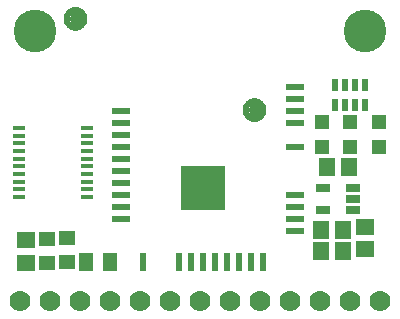
<source format=gbr>
G04 EAGLE Gerber RS-274X export*
G75*
%MOMM*%
%FSLAX34Y34*%
%LPD*%
%INSoldermask Top*%
%IPPOS*%
%AMOC8*
5,1,8,0,0,1.08239X$1,22.5*%
G01*
%ADD10R,1.601600X0.601600*%
%ADD11R,0.601600X1.601600*%
%ADD12R,3.801600X3.801600*%
%ADD13R,1.092200X0.406400*%
%ADD14R,1.301600X0.651600*%
%ADD15R,1.341600X1.601600*%
%ADD16R,1.301600X1.601600*%
%ADD17C,3.617600*%
%ADD18C,1.101600*%
%ADD19C,0.500000*%
%ADD20C,1.778000*%
%ADD21R,1.601600X1.341600*%
%ADD22R,1.401600X1.301600*%
%ADD23R,1.301600X1.301600*%
%ADD24R,0.551600X1.001600*%


D10*
X245450Y84890D03*
X245450Y95050D03*
X245450Y105210D03*
X245450Y115370D03*
X245450Y156010D03*
X245450Y176330D03*
X245450Y186490D03*
X245450Y196650D03*
X245450Y206810D03*
X98150Y186430D03*
X98150Y176270D03*
X98150Y166110D03*
X98150Y155950D03*
X98150Y145790D03*
X98150Y135630D03*
X98150Y125470D03*
X98150Y115310D03*
X98150Y105150D03*
X98150Y94990D03*
D11*
X117150Y58190D03*
X147630Y57990D03*
X157790Y57990D03*
X167950Y57990D03*
X178110Y57990D03*
X188270Y58190D03*
X198430Y58190D03*
X208590Y58190D03*
X218750Y58190D03*
D12*
X167330Y121310D03*
D13*
X11462Y171720D03*
X11462Y165220D03*
X11462Y158720D03*
X11462Y152220D03*
X11462Y145720D03*
X11462Y139220D03*
X11462Y132720D03*
X11462Y126220D03*
X11462Y119720D03*
X11462Y113220D03*
X69818Y113220D03*
X69818Y119720D03*
X69818Y126220D03*
X69818Y132720D03*
X69818Y139220D03*
X69818Y145720D03*
X69818Y152220D03*
X69818Y158720D03*
X69818Y165220D03*
X69818Y171720D03*
D14*
X294941Y102260D03*
X294941Y111760D03*
X294941Y121260D03*
X268939Y121260D03*
X268939Y102260D03*
D15*
X291440Y138430D03*
X272440Y138430D03*
D16*
X89240Y58420D03*
X68240Y58420D03*
D15*
X267360Y67310D03*
X286360Y67310D03*
X267360Y85090D03*
X286360Y85090D03*
D17*
X25400Y254000D03*
X304800Y254000D03*
D18*
X59690Y264160D03*
D19*
X59690Y271660D02*
X59509Y271658D01*
X59328Y271651D01*
X59147Y271640D01*
X58966Y271625D01*
X58786Y271605D01*
X58606Y271581D01*
X58427Y271553D01*
X58249Y271520D01*
X58072Y271483D01*
X57895Y271442D01*
X57720Y271397D01*
X57545Y271347D01*
X57372Y271293D01*
X57201Y271235D01*
X57030Y271173D01*
X56862Y271106D01*
X56695Y271036D01*
X56529Y270962D01*
X56366Y270883D01*
X56205Y270801D01*
X56045Y270715D01*
X55888Y270625D01*
X55733Y270531D01*
X55580Y270434D01*
X55430Y270332D01*
X55282Y270228D01*
X55136Y270119D01*
X54994Y270008D01*
X54854Y269892D01*
X54717Y269774D01*
X54582Y269652D01*
X54451Y269527D01*
X54323Y269399D01*
X54198Y269268D01*
X54076Y269133D01*
X53958Y268996D01*
X53842Y268856D01*
X53731Y268714D01*
X53622Y268568D01*
X53518Y268420D01*
X53416Y268270D01*
X53319Y268117D01*
X53225Y267962D01*
X53135Y267805D01*
X53049Y267645D01*
X52967Y267484D01*
X52888Y267321D01*
X52814Y267155D01*
X52744Y266988D01*
X52677Y266820D01*
X52615Y266649D01*
X52557Y266478D01*
X52503Y266305D01*
X52453Y266130D01*
X52408Y265955D01*
X52367Y265778D01*
X52330Y265601D01*
X52297Y265423D01*
X52269Y265244D01*
X52245Y265064D01*
X52225Y264884D01*
X52210Y264703D01*
X52199Y264522D01*
X52192Y264341D01*
X52190Y264160D01*
X59690Y271660D02*
X59871Y271658D01*
X60052Y271651D01*
X60233Y271640D01*
X60414Y271625D01*
X60594Y271605D01*
X60774Y271581D01*
X60953Y271553D01*
X61131Y271520D01*
X61308Y271483D01*
X61485Y271442D01*
X61660Y271397D01*
X61835Y271347D01*
X62008Y271293D01*
X62179Y271235D01*
X62350Y271173D01*
X62518Y271106D01*
X62685Y271036D01*
X62851Y270962D01*
X63014Y270883D01*
X63175Y270801D01*
X63335Y270715D01*
X63492Y270625D01*
X63647Y270531D01*
X63800Y270434D01*
X63950Y270332D01*
X64098Y270228D01*
X64244Y270119D01*
X64386Y270008D01*
X64526Y269892D01*
X64663Y269774D01*
X64798Y269652D01*
X64929Y269527D01*
X65057Y269399D01*
X65182Y269268D01*
X65304Y269133D01*
X65422Y268996D01*
X65538Y268856D01*
X65649Y268714D01*
X65758Y268568D01*
X65862Y268420D01*
X65964Y268270D01*
X66061Y268117D01*
X66155Y267962D01*
X66245Y267805D01*
X66331Y267645D01*
X66413Y267484D01*
X66492Y267321D01*
X66566Y267155D01*
X66636Y266988D01*
X66703Y266820D01*
X66765Y266649D01*
X66823Y266478D01*
X66877Y266305D01*
X66927Y266130D01*
X66972Y265955D01*
X67013Y265778D01*
X67050Y265601D01*
X67083Y265423D01*
X67111Y265244D01*
X67135Y265064D01*
X67155Y264884D01*
X67170Y264703D01*
X67181Y264522D01*
X67188Y264341D01*
X67190Y264160D01*
X67188Y263979D01*
X67181Y263798D01*
X67170Y263617D01*
X67155Y263436D01*
X67135Y263256D01*
X67111Y263076D01*
X67083Y262897D01*
X67050Y262719D01*
X67013Y262542D01*
X66972Y262365D01*
X66927Y262190D01*
X66877Y262015D01*
X66823Y261842D01*
X66765Y261671D01*
X66703Y261500D01*
X66636Y261332D01*
X66566Y261165D01*
X66492Y260999D01*
X66413Y260836D01*
X66331Y260675D01*
X66245Y260515D01*
X66155Y260358D01*
X66061Y260203D01*
X65964Y260050D01*
X65862Y259900D01*
X65758Y259752D01*
X65649Y259606D01*
X65538Y259464D01*
X65422Y259324D01*
X65304Y259187D01*
X65182Y259052D01*
X65057Y258921D01*
X64929Y258793D01*
X64798Y258668D01*
X64663Y258546D01*
X64526Y258428D01*
X64386Y258312D01*
X64244Y258201D01*
X64098Y258092D01*
X63950Y257988D01*
X63800Y257886D01*
X63647Y257789D01*
X63492Y257695D01*
X63335Y257605D01*
X63175Y257519D01*
X63014Y257437D01*
X62851Y257358D01*
X62685Y257284D01*
X62518Y257214D01*
X62350Y257147D01*
X62179Y257085D01*
X62008Y257027D01*
X61835Y256973D01*
X61660Y256923D01*
X61485Y256878D01*
X61308Y256837D01*
X61131Y256800D01*
X60953Y256767D01*
X60774Y256739D01*
X60594Y256715D01*
X60414Y256695D01*
X60233Y256680D01*
X60052Y256669D01*
X59871Y256662D01*
X59690Y256660D01*
X59509Y256662D01*
X59328Y256669D01*
X59147Y256680D01*
X58966Y256695D01*
X58786Y256715D01*
X58606Y256739D01*
X58427Y256767D01*
X58249Y256800D01*
X58072Y256837D01*
X57895Y256878D01*
X57720Y256923D01*
X57545Y256973D01*
X57372Y257027D01*
X57201Y257085D01*
X57030Y257147D01*
X56862Y257214D01*
X56695Y257284D01*
X56529Y257358D01*
X56366Y257437D01*
X56205Y257519D01*
X56045Y257605D01*
X55888Y257695D01*
X55733Y257789D01*
X55580Y257886D01*
X55430Y257988D01*
X55282Y258092D01*
X55136Y258201D01*
X54994Y258312D01*
X54854Y258428D01*
X54717Y258546D01*
X54582Y258668D01*
X54451Y258793D01*
X54323Y258921D01*
X54198Y259052D01*
X54076Y259187D01*
X53958Y259324D01*
X53842Y259464D01*
X53731Y259606D01*
X53622Y259752D01*
X53518Y259900D01*
X53416Y260050D01*
X53319Y260203D01*
X53225Y260358D01*
X53135Y260515D01*
X53049Y260675D01*
X52967Y260836D01*
X52888Y260999D01*
X52814Y261165D01*
X52744Y261332D01*
X52677Y261500D01*
X52615Y261671D01*
X52557Y261842D01*
X52503Y262015D01*
X52453Y262190D01*
X52408Y262365D01*
X52367Y262542D01*
X52330Y262719D01*
X52297Y262897D01*
X52269Y263076D01*
X52245Y263256D01*
X52225Y263436D01*
X52210Y263617D01*
X52199Y263798D01*
X52192Y263979D01*
X52190Y264160D01*
D18*
X211230Y186920D03*
D19*
X211230Y194420D02*
X211049Y194418D01*
X210868Y194411D01*
X210687Y194400D01*
X210506Y194385D01*
X210326Y194365D01*
X210146Y194341D01*
X209967Y194313D01*
X209789Y194280D01*
X209612Y194243D01*
X209435Y194202D01*
X209260Y194157D01*
X209085Y194107D01*
X208912Y194053D01*
X208741Y193995D01*
X208570Y193933D01*
X208402Y193866D01*
X208235Y193796D01*
X208069Y193722D01*
X207906Y193643D01*
X207745Y193561D01*
X207585Y193475D01*
X207428Y193385D01*
X207273Y193291D01*
X207120Y193194D01*
X206970Y193092D01*
X206822Y192988D01*
X206676Y192879D01*
X206534Y192768D01*
X206394Y192652D01*
X206257Y192534D01*
X206122Y192412D01*
X205991Y192287D01*
X205863Y192159D01*
X205738Y192028D01*
X205616Y191893D01*
X205498Y191756D01*
X205382Y191616D01*
X205271Y191474D01*
X205162Y191328D01*
X205058Y191180D01*
X204956Y191030D01*
X204859Y190877D01*
X204765Y190722D01*
X204675Y190565D01*
X204589Y190405D01*
X204507Y190244D01*
X204428Y190081D01*
X204354Y189915D01*
X204284Y189748D01*
X204217Y189580D01*
X204155Y189409D01*
X204097Y189238D01*
X204043Y189065D01*
X203993Y188890D01*
X203948Y188715D01*
X203907Y188538D01*
X203870Y188361D01*
X203837Y188183D01*
X203809Y188004D01*
X203785Y187824D01*
X203765Y187644D01*
X203750Y187463D01*
X203739Y187282D01*
X203732Y187101D01*
X203730Y186920D01*
X211230Y194420D02*
X211411Y194418D01*
X211592Y194411D01*
X211773Y194400D01*
X211954Y194385D01*
X212134Y194365D01*
X212314Y194341D01*
X212493Y194313D01*
X212671Y194280D01*
X212848Y194243D01*
X213025Y194202D01*
X213200Y194157D01*
X213375Y194107D01*
X213548Y194053D01*
X213719Y193995D01*
X213890Y193933D01*
X214058Y193866D01*
X214225Y193796D01*
X214391Y193722D01*
X214554Y193643D01*
X214715Y193561D01*
X214875Y193475D01*
X215032Y193385D01*
X215187Y193291D01*
X215340Y193194D01*
X215490Y193092D01*
X215638Y192988D01*
X215784Y192879D01*
X215926Y192768D01*
X216066Y192652D01*
X216203Y192534D01*
X216338Y192412D01*
X216469Y192287D01*
X216597Y192159D01*
X216722Y192028D01*
X216844Y191893D01*
X216962Y191756D01*
X217078Y191616D01*
X217189Y191474D01*
X217298Y191328D01*
X217402Y191180D01*
X217504Y191030D01*
X217601Y190877D01*
X217695Y190722D01*
X217785Y190565D01*
X217871Y190405D01*
X217953Y190244D01*
X218032Y190081D01*
X218106Y189915D01*
X218176Y189748D01*
X218243Y189580D01*
X218305Y189409D01*
X218363Y189238D01*
X218417Y189065D01*
X218467Y188890D01*
X218512Y188715D01*
X218553Y188538D01*
X218590Y188361D01*
X218623Y188183D01*
X218651Y188004D01*
X218675Y187824D01*
X218695Y187644D01*
X218710Y187463D01*
X218721Y187282D01*
X218728Y187101D01*
X218730Y186920D01*
X218728Y186739D01*
X218721Y186558D01*
X218710Y186377D01*
X218695Y186196D01*
X218675Y186016D01*
X218651Y185836D01*
X218623Y185657D01*
X218590Y185479D01*
X218553Y185302D01*
X218512Y185125D01*
X218467Y184950D01*
X218417Y184775D01*
X218363Y184602D01*
X218305Y184431D01*
X218243Y184260D01*
X218176Y184092D01*
X218106Y183925D01*
X218032Y183759D01*
X217953Y183596D01*
X217871Y183435D01*
X217785Y183275D01*
X217695Y183118D01*
X217601Y182963D01*
X217504Y182810D01*
X217402Y182660D01*
X217298Y182512D01*
X217189Y182366D01*
X217078Y182224D01*
X216962Y182084D01*
X216844Y181947D01*
X216722Y181812D01*
X216597Y181681D01*
X216469Y181553D01*
X216338Y181428D01*
X216203Y181306D01*
X216066Y181188D01*
X215926Y181072D01*
X215784Y180961D01*
X215638Y180852D01*
X215490Y180748D01*
X215340Y180646D01*
X215187Y180549D01*
X215032Y180455D01*
X214875Y180365D01*
X214715Y180279D01*
X214554Y180197D01*
X214391Y180118D01*
X214225Y180044D01*
X214058Y179974D01*
X213890Y179907D01*
X213719Y179845D01*
X213548Y179787D01*
X213375Y179733D01*
X213200Y179683D01*
X213025Y179638D01*
X212848Y179597D01*
X212671Y179560D01*
X212493Y179527D01*
X212314Y179499D01*
X212134Y179475D01*
X211954Y179455D01*
X211773Y179440D01*
X211592Y179429D01*
X211411Y179422D01*
X211230Y179420D01*
X211049Y179422D01*
X210868Y179429D01*
X210687Y179440D01*
X210506Y179455D01*
X210326Y179475D01*
X210146Y179499D01*
X209967Y179527D01*
X209789Y179560D01*
X209612Y179597D01*
X209435Y179638D01*
X209260Y179683D01*
X209085Y179733D01*
X208912Y179787D01*
X208741Y179845D01*
X208570Y179907D01*
X208402Y179974D01*
X208235Y180044D01*
X208069Y180118D01*
X207906Y180197D01*
X207745Y180279D01*
X207585Y180365D01*
X207428Y180455D01*
X207273Y180549D01*
X207120Y180646D01*
X206970Y180748D01*
X206822Y180852D01*
X206676Y180961D01*
X206534Y181072D01*
X206394Y181188D01*
X206257Y181306D01*
X206122Y181428D01*
X205991Y181553D01*
X205863Y181681D01*
X205738Y181812D01*
X205616Y181947D01*
X205498Y182084D01*
X205382Y182224D01*
X205271Y182366D01*
X205162Y182512D01*
X205058Y182660D01*
X204956Y182810D01*
X204859Y182963D01*
X204765Y183118D01*
X204675Y183275D01*
X204589Y183435D01*
X204507Y183596D01*
X204428Y183759D01*
X204354Y183925D01*
X204284Y184092D01*
X204217Y184260D01*
X204155Y184431D01*
X204097Y184602D01*
X204043Y184775D01*
X203993Y184950D01*
X203948Y185125D01*
X203907Y185302D01*
X203870Y185479D01*
X203837Y185657D01*
X203809Y185836D01*
X203785Y186016D01*
X203765Y186196D01*
X203750Y186377D01*
X203739Y186558D01*
X203732Y186739D01*
X203730Y186920D01*
D20*
X12700Y25400D03*
X38100Y25400D03*
X63500Y25400D03*
X88900Y25400D03*
X114300Y25400D03*
X139700Y25400D03*
X165100Y25400D03*
X190500Y25400D03*
X215900Y25400D03*
X241300Y25400D03*
X266700Y25400D03*
X292100Y25400D03*
X317500Y25400D03*
D21*
X17780Y57810D03*
X17780Y76810D03*
X304800Y88240D03*
X304800Y69240D03*
D22*
X35560Y57150D03*
X35560Y77470D03*
D23*
X292100Y155870D03*
X292100Y176870D03*
X316230Y155870D03*
X316230Y176870D03*
X267970Y155870D03*
X267970Y176870D03*
D22*
X52070Y58420D03*
X52070Y78740D03*
D24*
X279100Y207890D03*
X279100Y190890D03*
X288100Y207890D03*
X296100Y207890D03*
X305100Y207890D03*
X305100Y190890D03*
X288100Y190890D03*
X296100Y190890D03*
M02*

</source>
